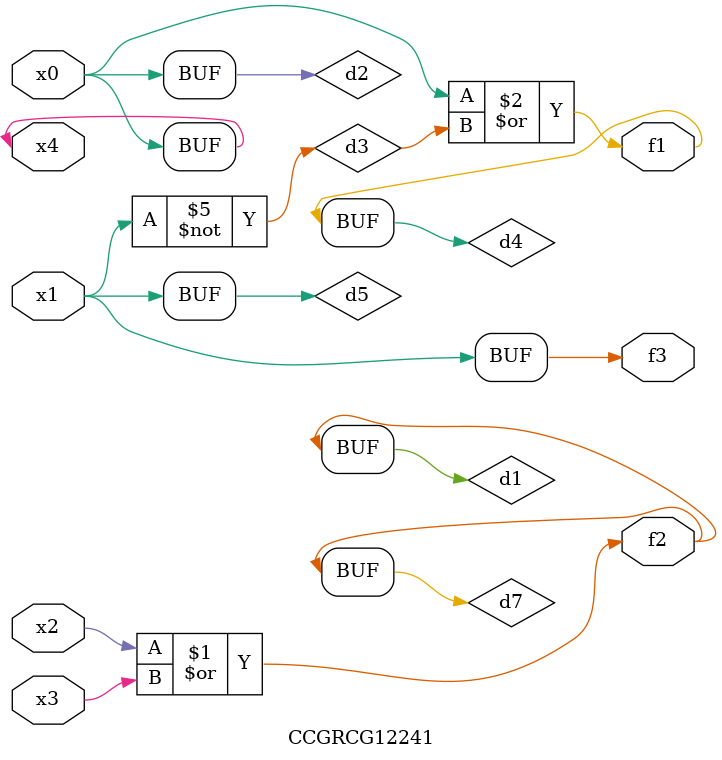
<source format=v>
module CCGRCG12241(
	input x0, x1, x2, x3, x4,
	output f1, f2, f3
);

	wire d1, d2, d3, d4, d5, d6, d7;

	or (d1, x2, x3);
	buf (d2, x0, x4);
	not (d3, x1);
	or (d4, d2, d3);
	not (d5, d3);
	nand (d6, d1, d3);
	or (d7, d1);
	assign f1 = d4;
	assign f2 = d7;
	assign f3 = d5;
endmodule

</source>
